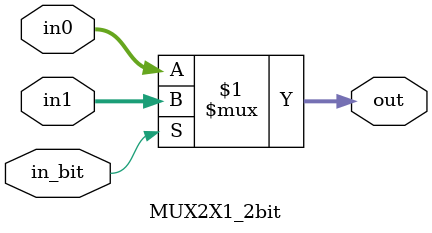
<source format=v>
module MUX2X1_2bit (input in_bit,
input [4:0] in1,
input [4:0] in0,
output [4:0] out);

    assign out = in_bit ? in1 : in0;

endmodule

</source>
